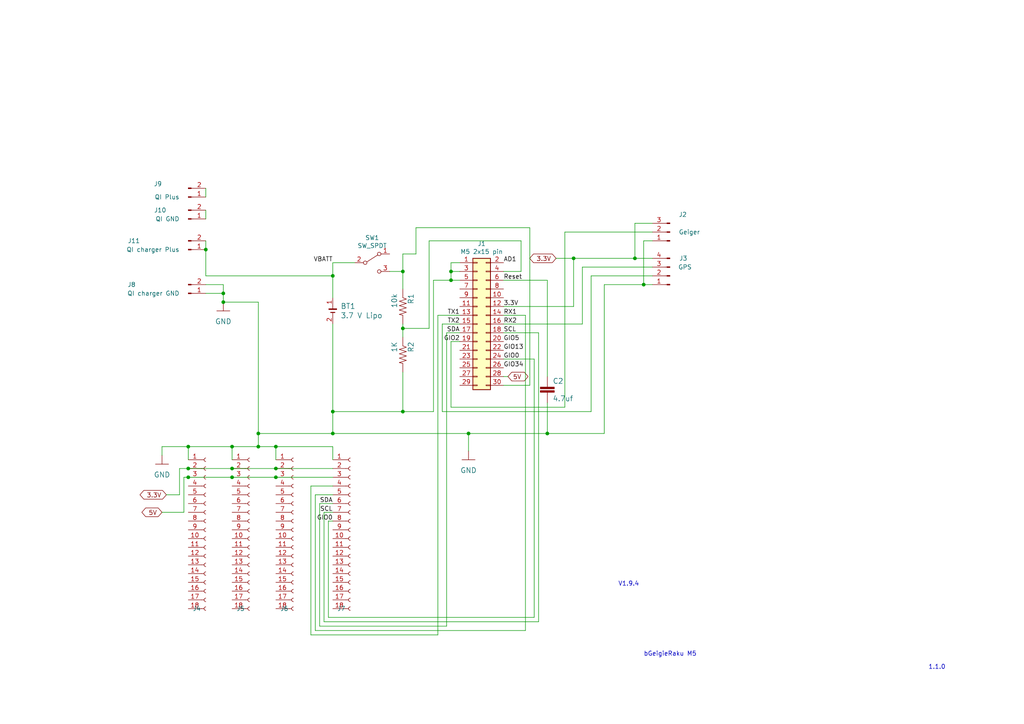
<source format=kicad_sch>
(kicad_sch (version 20200506) (host eeschema "5.99.0-unknown-9ca61b5~88~ubuntu18.04.1")
  (page "A4")
  (title_block (date "sam. 04 avril 2015"))
  (lib_symbols
    (symbol "Connector:Conn_01x02_Male" (pin_names hide)
      (property "Reference" "J" (at 0 2.54 0))
      (property "Value" "Conn_01x02_Male" (at 0 -5.08 0))
      (symbol "Conn_01x02_Male_1_1"
        (rectangle (start 0.8636 -2.413) (end 0 -2.667) (fill (type outline)))
        (rectangle (start 0.8636 0.127) (end 0 -0.127) (fill (type outline)))
        (polyline (pts (xy 1.27 -2.54) (xy 0.8636 -2.54)))
        (polyline (pts (xy 1.27 0) (xy 0.8636 0)))
        (pin passive line (at 5.08 0 180) (length 3.81) (name "Pin_1") (number "1"))
        (pin passive line (at 5.08 -2.54 180) (length 3.81) (name "Pin_2") (number "2"))
      )
    )
    (symbol "Connector:Conn_01x03_Male" (pin_names hide)
      (property "Reference" "J" (at 0 5.08 0))
      (property "Value" "Conn_01x03_Male" (at 0 -5.08 0))
      (symbol "Conn_01x03_Male_1_1"
        (rectangle (start 0.8636 -2.413) (end 0 -2.667) (fill (type outline)))
        (rectangle (start 0.8636 0.127) (end 0 -0.127) (fill (type outline)))
        (rectangle (start 0.8636 2.667) (end 0 2.413) (fill (type outline)))
        (polyline (pts (xy 1.27 -2.54) (xy 0.8636 -2.54)))
        (polyline (pts (xy 1.27 0) (xy 0.8636 0)))
        (polyline (pts (xy 1.27 2.54) (xy 0.8636 2.54)))
        (pin passive line (at 5.08 2.54 180) (length 3.81) (name "Pin_1") (number "1"))
        (pin passive line (at 5.08 0 180) (length 3.81) (name "Pin_2") (number "2"))
        (pin passive line (at 5.08 -2.54 180) (length 3.81) (name "Pin_3") (number "3"))
      )
    )
    (symbol "Connector:Conn_01x04_Male" (pin_names hide)
      (property "Reference" "J" (at 0 5.08 0))
      (property "Value" "Conn_01x04_Male" (at 0 -7.62 0))
      (symbol "Conn_01x04_Male_1_1"
        (rectangle (start 0.8636 -4.953) (end 0 -5.207) (fill (type outline)))
        (rectangle (start 0.8636 -2.413) (end 0 -2.667) (fill (type outline)))
        (rectangle (start 0.8636 0.127) (end 0 -0.127) (fill (type outline)))
        (rectangle (start 0.8636 2.667) (end 0 2.413) (fill (type outline)))
        (polyline (pts (xy 1.27 -5.08) (xy 0.8636 -5.08)))
        (polyline (pts (xy 1.27 -2.54) (xy 0.8636 -2.54)))
        (polyline (pts (xy 1.27 0) (xy 0.8636 0)))
        (polyline (pts (xy 1.27 2.54) (xy 0.8636 2.54)))
        (pin passive line (at 5.08 2.54 180) (length 3.81) (name "Pin_1") (number "1"))
        (pin passive line (at 5.08 0 180) (length 3.81) (name "Pin_2") (number "2"))
        (pin passive line (at 5.08 -2.54 180) (length 3.81) (name "Pin_3") (number "3"))
        (pin passive line (at 5.08 -5.08 180) (length 3.81) (name "Pin_4") (number "4"))
      )
    )
    (symbol "Connector:Conn_01x18_Female" (pin_names hide)
      (property "Reference" "J" (at 0 22.86 0))
      (property "Value" "Conn_01x18_Female" (at 0 -25.4 0))
      (symbol "Conn_01x18_Female_1_1"
        (arc (start 0 -22.352) (end 0 -23.368) (radius (at 0 -22.86) (length 0.508) (angles 90.1 -90.1)))
        (arc (start 0 -19.812) (end 0 -20.828) (radius (at 0 -20.32) (length 0.508) (angles 90.1 -90.1)))
        (arc (start 0 -17.272) (end 0 -18.288) (radius (at 0 -17.78) (length 0.508) (angles 90.1 -90.1)))
        (arc (start 0 -14.732) (end 0 -15.748) (radius (at 0 -15.24) (length 0.508) (angles 90.1 -90.1)))
        (arc (start 0 -12.192) (end 0 -13.208) (radius (at 0 -12.7) (length 0.508) (angles 90.1 -90.1)))
        (arc (start 0 -9.652) (end 0 -10.668) (radius (at 0 -10.16) (length 0.508) (angles 90.1 -90.1)))
        (arc (start 0 -7.112) (end 0 -8.128) (radius (at 0 -7.62) (length 0.508) (angles 90.1 -90.1)))
        (arc (start 0 -4.572) (end 0 -5.588) (radius (at 0 -5.08) (length 0.508) (angles 90.1 -90.1)))
        (arc (start 0 -2.032) (end 0 -3.048) (radius (at 0 -2.54) (length 0.508) (angles 90.1 -90.1)))
        (arc (start 0 0.508) (end 0 -0.508) (radius (at 0 0) (length 0.508) (angles 90.1 -90.1)))
        (arc (start 0 3.048) (end 0 2.032) (radius (at 0 2.54) (length 0.508) (angles 90.1 -90.1)))
        (arc (start 0 5.588) (end 0 4.572) (radius (at 0 5.08) (length 0.508) (angles 90.1 -90.1)))
        (arc (start 0 8.128) (end 0 7.112) (radius (at 0 7.62) (length 0.508) (angles 90.1 -90.1)))
        (arc (start 0 10.668) (end 0 9.652) (radius (at 0 10.16) (length 0.508) (angles 90.1 -90.1)))
        (arc (start 0 13.208) (end 0 12.192) (radius (at 0 12.7) (length 0.508) (angles 90.1 -90.1)))
        (arc (start 0 15.748) (end 0 14.732) (radius (at 0 15.24) (length 0.508) (angles 90.1 -90.1)))
        (arc (start 0 18.288) (end 0 17.272) (radius (at 0 17.78) (length 0.508) (angles 90.1 -90.1)))
        (arc (start 0 20.828) (end 0 19.812) (radius (at 0 20.32) (length 0.508) (angles 90.1 -90.1)))
        (polyline (pts (xy -1.27 -22.86) (xy -0.508 -22.86)))
        (polyline (pts (xy -1.27 -20.32) (xy -0.508 -20.32)))
        (polyline (pts (xy -1.27 -17.78) (xy -0.508 -17.78)))
        (polyline (pts (xy -1.27 -15.24) (xy -0.508 -15.24)))
        (polyline (pts (xy -1.27 -12.7) (xy -0.508 -12.7)))
        (polyline (pts (xy -1.27 -10.16) (xy -0.508 -10.16)))
        (polyline (pts (xy -1.27 -7.62) (xy -0.508 -7.62)))
        (polyline (pts (xy -1.27 -5.08) (xy -0.508 -5.08)))
        (polyline (pts (xy -1.27 -2.54) (xy -0.508 -2.54)))
        (polyline (pts (xy -1.27 0) (xy -0.508 0)))
        (polyline (pts (xy -1.27 2.54) (xy -0.508 2.54)))
        (polyline (pts (xy -1.27 5.08) (xy -0.508 5.08)))
        (polyline (pts (xy -1.27 7.62) (xy -0.508 7.62)))
        (polyline (pts (xy -1.27 10.16) (xy -0.508 10.16)))
        (polyline (pts (xy -1.27 12.7) (xy -0.508 12.7)))
        (polyline (pts (xy -1.27 15.24) (xy -0.508 15.24)))
        (polyline (pts (xy -1.27 17.78) (xy -0.508 17.78)))
        (polyline (pts (xy -1.27 20.32) (xy -0.508 20.32)))
        (pin passive line (at -5.08 20.32 0) (length 3.81) (name "Pin_1") (number "1"))
        (pin passive line (at -5.08 -2.54 0) (length 3.81) (name "Pin_10") (number "10"))
        (pin passive line (at -5.08 -5.08 0) (length 3.81) (name "Pin_11") (number "11"))
        (pin passive line (at -5.08 -7.62 0) (length 3.81) (name "Pin_12") (number "12"))
        (pin passive line (at -5.08 -10.16 0) (length 3.81) (name "Pin_13") (number "13"))
        (pin passive line (at -5.08 -12.7 0) (length 3.81) (name "Pin_14") (number "14"))
        (pin passive line (at -5.08 -15.24 0) (length 3.81) (name "Pin_15") (number "15"))
        (pin passive line (at -5.08 -17.78 0) (length 3.81) (name "Pin_16") (number "16"))
        (pin passive line (at -5.08 -20.32 0) (length 3.81) (name "Pin_17") (number "17"))
        (pin passive line (at -5.08 -22.86 0) (length 3.81) (name "Pin_18") (number "18"))
        (pin passive line (at -5.08 17.78 0) (length 3.81) (name "Pin_2") (number "2"))
        (pin passive line (at -5.08 15.24 0) (length 3.81) (name "Pin_3") (number "3"))
        (pin passive line (at -5.08 12.7 0) (length 3.81) (name "Pin_4") (number "4"))
        (pin passive line (at -5.08 10.16 0) (length 3.81) (name "Pin_5") (number "5"))
        (pin passive line (at -5.08 7.62 0) (length 3.81) (name "Pin_6") (number "6"))
        (pin passive line (at -5.08 5.08 0) (length 3.81) (name "Pin_7") (number "7"))
        (pin passive line (at -5.08 2.54 0) (length 3.81) (name "Pin_8") (number "8"))
        (pin passive line (at -5.08 0 0) (length 3.81) (name "Pin_9") (number "9"))
      )
    )
    (symbol "Connector_Generic:Conn_02x15_Odd_Even" (pin_names hide)
      (property "Reference" "J" (at 1.27 20.32 0))
      (property "Value" "Conn_02x15_Odd_Even" (at 1.27 -20.32 0))
      (symbol "Conn_02x15_Odd_Even_1_1"
        (rectangle (start -1.27 -4.953) (end 0 -5.207))
        (rectangle (start -1.27 -7.493) (end 0 -7.747))
        (rectangle (start -1.27 -10.033) (end 0 -10.287))
        (rectangle (start -1.27 -12.573) (end 0 -12.827))
        (rectangle (start -1.27 -15.113) (end 0 -15.367))
        (rectangle (start -1.27 -17.653) (end 0 -17.907))
        (rectangle (start -1.27 -2.413) (end 0 -2.667))
        (rectangle (start -1.27 2.667) (end 0 2.413))
        (rectangle (start -1.27 5.207) (end 0 4.953))
        (rectangle (start -1.27 7.747) (end 0 7.493))
        (rectangle (start -1.27 10.287) (end 0 10.033))
        (rectangle (start -1.27 0.127) (end 0 -0.127))
        (rectangle (start -1.27 12.827) (end 0 12.573))
        (rectangle (start -1.27 15.367) (end 0 15.113))
        (rectangle (start -1.27 17.907) (end 0 17.653))
        (rectangle (start -1.27 19.05) (end 3.81 -19.05) (stroke (width 0.254)) (fill (type background)))
        (rectangle (start 3.81 -4.953) (end 2.54 -5.207))
        (rectangle (start 3.81 -7.493) (end 2.54 -7.747))
        (rectangle (start 3.81 -10.033) (end 2.54 -10.287))
        (rectangle (start 3.81 -12.573) (end 2.54 -12.827))
        (rectangle (start 3.81 -15.113) (end 2.54 -15.367))
        (rectangle (start 3.81 -17.653) (end 2.54 -17.907))
        (rectangle (start 3.81 -2.413) (end 2.54 -2.667))
        (rectangle (start 3.81 2.667) (end 2.54 2.413))
        (rectangle (start 3.81 5.207) (end 2.54 4.953))
        (rectangle (start 3.81 7.747) (end 2.54 7.493))
        (rectangle (start 3.81 10.287) (end 2.54 10.033))
        (rectangle (start 3.81 0.127) (end 2.54 -0.127))
        (rectangle (start 3.81 12.827) (end 2.54 12.573))
        (rectangle (start 3.81 15.367) (end 2.54 15.113))
        (rectangle (start 3.81 17.907) (end 2.54 17.653))
        (pin passive line (at -5.08 17.78 0) (length 3.81) (name "Pin_1") (number "1"))
        (pin passive line (at 7.62 7.62 180) (length 3.81) (name "Pin_10") (number "10"))
        (pin passive line (at -5.08 5.08 0) (length 3.81) (name "Pin_11") (number "11"))
        (pin passive line (at 7.62 5.08 180) (length 3.81) (name "Pin_12") (number "12"))
        (pin passive line (at -5.08 2.54 0) (length 3.81) (name "Pin_13") (number "13"))
        (pin passive line (at 7.62 2.54 180) (length 3.81) (name "Pin_14") (number "14"))
        (pin passive line (at -5.08 0 0) (length 3.81) (name "Pin_15") (number "15"))
        (pin passive line (at 7.62 0 180) (length 3.81) (name "Pin_16") (number "16"))
        (pin passive line (at -5.08 -2.54 0) (length 3.81) (name "Pin_17") (number "17"))
        (pin passive line (at 7.62 -2.54 180) (length 3.81) (name "Pin_18") (number "18"))
        (pin passive line (at -5.08 -5.08 0) (length 3.81) (name "Pin_19") (number "19"))
        (pin passive line (at 7.62 17.78 180) (length 3.81) (name "Pin_2") (number "2"))
        (pin passive line (at 7.62 -5.08 180) (length 3.81) (name "Pin_20") (number "20"))
        (pin passive line (at -5.08 -7.62 0) (length 3.81) (name "Pin_21") (number "21"))
        (pin passive line (at 7.62 -7.62 180) (length 3.81) (name "Pin_22") (number "22"))
        (pin passive line (at -5.08 -10.16 0) (length 3.81) (name "Pin_23") (number "23"))
        (pin passive line (at 7.62 -10.16 180) (length 3.81) (name "Pin_24") (number "24"))
        (pin passive line (at -5.08 -12.7 0) (length 3.81) (name "Pin_25") (number "25"))
        (pin passive line (at 7.62 -12.7 180) (length 3.81) (name "Pin_26") (number "26"))
        (pin passive line (at -5.08 -15.24 0) (length 3.81) (name "Pin_27") (number "27"))
        (pin passive line (at 7.62 -15.24 180) (length 3.81) (name "Pin_28") (number "28"))
        (pin passive line (at -5.08 -17.78 0) (length 3.81) (name "Pin_29") (number "29"))
        (pin passive line (at -5.08 15.24 0) (length 3.81) (name "Pin_3") (number "3"))
        (pin passive line (at 7.62 -17.78 180) (length 3.81) (name "Pin_30") (number "30"))
        (pin passive line (at 7.62 15.24 180) (length 3.81) (name "Pin_4") (number "4"))
        (pin passive line (at -5.08 12.7 0) (length 3.81) (name "Pin_5") (number "5"))
        (pin passive line (at 7.62 12.7 180) (length 3.81) (name "Pin_6") (number "6"))
        (pin passive line (at -5.08 10.16 0) (length 3.81) (name "Pin_7") (number "7"))
        (pin passive line (at 7.62 10.16 180) (length 3.81) (name "Pin_8") (number "8"))
        (pin passive line (at -5.08 7.62 0) (length 3.81) (name "Pin_9") (number "9"))
      )
    )
    (symbol "Switch:SW_SPDT" (pin_names (offset 0) hide)
      (property "Reference" "SW" (at 0 4.318 0))
      (property "Value" "SW_SPDT" (at 0 -5.08 0))
      (symbol "SW_SPDT_0_0"
        (circle (center -2.032 0) (radius 0.508))
        (circle (center 2.032 -2.54) (radius 0.508))
      )
      (symbol "SW_SPDT_0_1"
        (circle (center 2.032 2.54) (radius 0.508))
        (polyline (pts (xy -1.524 0.254) (xy 1.651 2.286)))
      )
      (symbol "SW_SPDT_1_1"
        (pin passive line (at 5.08 2.54 180) (length 2.54) (name "A") (number "1"))
        (pin passive line (at -5.08 0 0) (length 2.54) (name "B") (number "2"))
        (pin passive line (at 5.08 -2.54 180) (length 2.54) (name "C") (number "3"))
      )
    )
    (symbol "bGeigieRaku-V2-rescue:BATTERY-akizuki-M5_board-rescue" (pin_names hide)
      (property "Reference" "BT" (at 0 -7.62 0))
      (property "Value" "BATTERY-akizuki-M5_board-rescue" (at 0 6.35 0))
      (symbol "BATTERY-akizuki-M5_board-rescue_0_1"
        (rectangle (start -1.143 0.635) (end 1.143 0.381) (fill (type outline)))
        (rectangle (start -0.635 -0.381) (end 0.635 -0.508))
        (polyline (pts (xy 0 -0.508) (xy 0 -1.27)))
        (polyline (pts (xy 0 1.27) (xy 0 0.635)))
      )
      (symbol "BATTERY-akizuki-M5_board-rescue_1_1"
        (pin input line (at 0 3.81 270) (length 2.54) (name "+") (number "1"))
        (pin input line (at 0 -3.81 90) (length 2.54) (name "-") (number "2"))
      )
    )
    (symbol "bGeigieRaku-V2-rescue:GND-bGeigieNano_V1.1.5" (power)
      (property "Value" "GND-bGeigieNano_V1.1.5" (at 0 -0.254 0))
      (symbol "GND-bGeigieNano_V1.1.5_1_0"
        (polyline (pts (xy -1.905 0) (xy 1.905 0)))
        (pin power_in line (at 0 2.54 270) (length 2.54) (name "GND") (number "1"))
      )
    )
    (symbol "bGeigieRaku-V2-rescue:bGeigieNano_V1.1.5-eagle-import_C-EU025-024X044-bGeigieNano_V1.1.5-cache"
      (property "Reference" "C" (at 1.524 0.381 0))
      (property "Value" "bGeigieNano_V1.1.5-eagle-import_C-EU025-024X044-bGeigieNano_V1.1.5-cache" (at 1.524 -4.699 0))
      (symbol "bGeigieNano_V1.1.5-eagle-import_C-EU025-024X044-bGeigieNano_V1.1.5-cache_1_0"
        (rectangle (start -2.032 -2.032) (end 2.032 -1.524) (fill (type outline)))
        (rectangle (start -2.032 -1.016) (end 2.032 -0.508) (fill (type outline)))
        (polyline (pts (xy 0 -2.54) (xy 0 -2.032)))
        (polyline (pts (xy 0 0) (xy 0 -0.508)))
        (pin passive line (at 0 2.54 270) (length 2.54) (name "1") (number "1"))
        (pin passive line (at 0 -5.08 90) (length 2.54) (name "2") (number "2"))
      )
    )
    (symbol "bGeigieRaku-V2-rescue:bGeigieNano_V1.1.5-eagle-import_R-US_0207_10-bGeigieNano_V1.1.5-cache"
      (property "Reference" "R" (at -3.81 1.4986 0))
      (property "Value" "bGeigieNano_V1.1.5-eagle-import_R-US_0207_10-bGeigieNano_V1.1.5-cache" (at -3.81 -3.302 0))
      (symbol "bGeigieNano_V1.1.5-eagle-import_R-US_0207_10-bGeigieNano_V1.1.5-cache_1_0"
        (polyline (pts (xy -2.54 0) (xy -2.159 1.016)))
        (polyline (pts (xy -2.159 1.016) (xy -1.524 -1.016)))
        (polyline (pts (xy -1.524 -1.016) (xy -0.889 1.016)))
        (polyline (pts (xy -0.889 1.016) (xy -0.254 -1.016)))
        (polyline (pts (xy -0.254 -1.016) (xy 0.381 1.016)))
        (polyline (pts (xy 0.381 1.016) (xy 1.016 -1.016)))
        (polyline (pts (xy 1.016 -1.016) (xy 1.651 1.016)))
        (polyline (pts (xy 1.651 1.016) (xy 2.286 -1.016)))
        (polyline (pts (xy 2.286 -1.016) (xy 2.54 0)))
        (pin passive line (at -5.08 0 0) (length 2.54) (name "1") (number "1"))
        (pin passive line (at 5.08 0 180) (length 2.54) (name "2") (number "2"))
      )
    )
  )
  (junction (at 54.61 129.54))
  (junction (at 54.61 135.89))
  (junction (at 54.61 138.43))
  (junction (at 59.69 72.39))
  (junction (at 64.77 85.09))
  (junction (at 64.77 87.63))
  (junction (at 67.31 129.54))
  (junction (at 67.31 135.89))
  (junction (at 67.31 138.43))
  (junction (at 74.93 125.73))
  (junction (at 74.93 129.54))
  (junction (at 80.01 129.54))
  (junction (at 80.01 135.89))
  (junction (at 80.01 138.43))
  (junction (at 96.52 80.01))
  (junction (at 96.52 119.38))
  (junction (at 96.52 125.73))
  (junction (at 116.84 78.74))
  (junction (at 116.84 95.25))
  (junction (at 116.84 119.38))
  (junction (at 130.81 78.74))
  (junction (at 130.81 81.28))
  (junction (at 135.89 125.73))
  (junction (at 158.75 125.73))
  (junction (at 166.37 74.93))
  (junction (at 184.15 74.93))
  (junction (at 186.69 82.55))
  (wire (pts (xy 46.99 129.54) (xy 54.61 129.54)))
  (wire (pts (xy 46.99 132.08) (xy 46.99 129.54)))
  (wire (pts (xy 48.26 143.51) (xy 52.07 143.51)))
  (wire (pts (xy 52.07 135.89) (xy 54.61 135.89)))
  (wire (pts (xy 52.07 143.51) (xy 52.07 135.89)))
  (wire (pts (xy 53.34 138.43) (xy 53.34 148.59)))
  (wire (pts (xy 53.34 138.43) (xy 54.61 138.43)))
  (wire (pts (xy 53.34 148.59) (xy 46.99 148.59)))
  (wire (pts (xy 54.61 129.54) (xy 54.61 133.35)))
  (wire (pts (xy 54.61 135.89) (xy 67.31 135.89)))
  (wire (pts (xy 54.61 138.43) (xy 67.31 138.43)))
  (wire (pts (xy 59.69 54.61) (xy 59.69 57.15)))
  (wire (pts (xy 59.69 60.96) (xy 59.69 63.5)))
  (wire (pts (xy 59.69 69.85) (xy 59.69 72.39)))
  (wire (pts (xy 59.69 72.39) (xy 59.69 80.01)))
  (wire (pts (xy 59.69 80.01) (xy 96.52 80.01)))
  (wire (pts (xy 59.69 82.55) (xy 64.77 82.55)))
  (wire (pts (xy 59.69 85.09) (xy 64.77 85.09)))
  (wire (pts (xy 64.77 82.55) (xy 64.77 85.09)))
  (wire (pts (xy 64.77 85.09) (xy 64.77 87.63)))
  (wire (pts (xy 64.77 87.63) (xy 74.93 87.63)))
  (wire (pts (xy 67.31 129.54) (xy 54.61 129.54)))
  (wire (pts (xy 67.31 129.54) (xy 74.93 129.54)))
  (wire (pts (xy 67.31 133.35) (xy 67.31 129.54)))
  (wire (pts (xy 67.31 135.89) (xy 80.01 135.89)))
  (wire (pts (xy 67.31 138.43) (xy 80.01 138.43)))
  (wire (pts (xy 74.93 87.63) (xy 74.93 125.73)))
  (wire (pts (xy 74.93 125.73) (xy 74.93 129.54)))
  (wire (pts (xy 74.93 125.73) (xy 96.52 125.73)))
  (wire (pts (xy 74.93 129.54) (xy 80.01 129.54)))
  (wire (pts (xy 80.01 129.54) (xy 80.01 133.35)))
  (wire (pts (xy 80.01 129.54) (xy 96.52 129.54)))
  (wire (pts (xy 80.01 135.89) (xy 96.52 135.89)))
  (wire (pts (xy 80.01 138.43) (xy 96.52 138.43)))
  (wire (pts (xy 90.17 140.97) (xy 96.52 140.97)))
  (wire (pts (xy 90.17 184.15) (xy 90.17 140.97)))
  (wire (pts (xy 90.17 184.15) (xy 127 184.15)))
  (wire (pts (xy 91.44 143.51) (xy 96.52 143.51)))
  (wire (pts (xy 91.44 182.88) (xy 91.44 143.51)))
  (wire (pts (xy 92.71 146.05) (xy 96.52 146.05)))
  (wire (pts (xy 92.71 181.61) (xy 92.71 146.05)))
  (wire (pts (xy 93.98 148.59) (xy 96.52 148.59)))
  (wire (pts (xy 93.98 180.34) (xy 93.98 148.59)))
  (wire (pts (xy 95.25 151.13) (xy 96.52 151.13)))
  (wire (pts (xy 95.25 179.07) (xy 95.25 151.13)))
  (wire (pts (xy 96.52 76.2) (xy 96.52 80.01)))
  (wire (pts (xy 96.52 76.2) (xy 102.87 76.2)))
  (wire (pts (xy 96.52 80.01) (xy 96.52 86.36)))
  (wire (pts (xy 96.52 119.38) (xy 96.52 93.98)))
  (wire (pts (xy 96.52 119.38) (xy 116.84 119.38)))
  (wire (pts (xy 96.52 125.73) (xy 96.52 119.38)))
  (wire (pts (xy 96.52 129.54) (xy 96.52 133.35)))
  (wire (pts (xy 113.03 78.74) (xy 116.84 78.74)))
  (wire (pts (xy 116.84 73.66) (xy 116.84 78.74)))
  (wire (pts (xy 116.84 73.66) (xy 120.65 73.66)))
  (wire (pts (xy 116.84 78.74) (xy 116.84 83.82)))
  (wire (pts (xy 116.84 93.98) (xy 116.84 95.25)))
  (wire (pts (xy 116.84 95.25) (xy 116.84 97.79)))
  (wire (pts (xy 116.84 95.25) (xy 124.46 95.25)))
  (wire (pts (xy 116.84 107.95) (xy 116.84 119.38)))
  (wire (pts (xy 116.84 119.38) (xy 125.73 119.38)))
  (wire (pts (xy 120.65 66.04) (xy 153.67 66.04)))
  (wire (pts (xy 120.65 73.66) (xy 120.65 66.04)))
  (wire (pts (xy 124.46 69.85) (xy 124.46 95.25)))
  (wire (pts (xy 124.46 69.85) (xy 151.13 69.85)))
  (wire (pts (xy 125.73 81.28) (xy 130.81 81.28)))
  (wire (pts (xy 125.73 119.38) (xy 125.73 81.28)))
  (wire (pts (xy 127 91.44) (xy 127 184.15)))
  (wire (pts (xy 127 91.44) (xy 133.35 91.44)))
  (wire (pts (xy 128.27 93.98) (xy 133.35 93.98)))
  (wire (pts (xy 128.27 119.38) (xy 128.27 93.98)))
  (wire (pts (xy 129.54 96.52) (xy 129.54 181.61)))
  (wire (pts (xy 129.54 181.61) (xy 92.71 181.61)))
  (wire (pts (xy 130.81 76.2) (xy 133.35 76.2)))
  (wire (pts (xy 130.81 78.74) (xy 130.81 76.2)))
  (wire (pts (xy 130.81 78.74) (xy 133.35 78.74)))
  (wire (pts (xy 130.81 81.28) (xy 130.81 78.74)))
  (wire (pts (xy 130.81 81.28) (xy 133.35 81.28)))
  (wire (pts (xy 130.81 99.06) (xy 133.35 99.06)))
  (wire (pts (xy 130.81 118.11) (xy 130.81 99.06)))
  (wire (pts (xy 130.81 118.11) (xy 163.83 118.11)))
  (wire (pts (xy 133.35 96.52) (xy 129.54 96.52)))
  (wire (pts (xy 135.89 125.73) (xy 96.52 125.73)))
  (wire (pts (xy 135.89 130.81) (xy 135.89 125.73)))
  (wire (pts (xy 146.05 78.74) (xy 151.13 78.74)))
  (wire (pts (xy 146.05 81.28) (xy 158.75 81.28)))
  (wire (pts (xy 146.05 88.9) (xy 166.37 88.9)))
  (wire (pts (xy 146.05 91.44) (xy 152.4 91.44)))
  (wire (pts (xy 146.05 96.52) (xy 156.21 96.52)))
  (wire (pts (xy 146.05 104.14) (xy 154.94 104.14)))
  (wire (pts (xy 146.05 109.22) (xy 147.32 109.22)))
  (wire (pts (xy 151.13 69.85) (xy 151.13 78.74)))
  (wire (pts (xy 152.4 91.44) (xy 152.4 182.88)))
  (wire (pts (xy 152.4 182.88) (xy 91.44 182.88)))
  (wire (pts (xy 153.67 66.04) (xy 153.67 111.76)))
  (wire (pts (xy 153.67 111.76) (xy 146.05 111.76)))
  (wire (pts (xy 154.94 104.14) (xy 154.94 179.07)))
  (wire (pts (xy 154.94 179.07) (xy 95.25 179.07)))
  (wire (pts (xy 156.21 96.52) (xy 156.21 180.34)))
  (wire (pts (xy 156.21 180.34) (xy 93.98 180.34)))
  (wire (pts (xy 158.75 81.28) (xy 158.75 109.22)))
  (wire (pts (xy 158.75 116.84) (xy 158.75 125.73)))
  (wire (pts (xy 158.75 125.73) (xy 135.89 125.73)))
  (wire (pts (xy 161.29 74.93) (xy 166.37 74.93)))
  (wire (pts (xy 163.83 67.31) (xy 163.83 118.11)))
  (wire (pts (xy 166.37 74.93) (xy 184.15 74.93)))
  (wire (pts (xy 166.37 88.9) (xy 166.37 74.93)))
  (wire (pts (xy 168.91 77.47) (xy 168.91 93.98)))
  (wire (pts (xy 168.91 93.98) (xy 146.05 93.98)))
  (wire (pts (xy 171.45 80.01) (xy 171.45 119.38)))
  (wire (pts (xy 171.45 119.38) (xy 128.27 119.38)))
  (wire (pts (xy 175.26 82.55) (xy 175.26 125.73)))
  (wire (pts (xy 175.26 125.73) (xy 158.75 125.73)))
  (wire (pts (xy 184.15 64.77) (xy 189.23 64.77)))
  (wire (pts (xy 184.15 74.93) (xy 184.15 64.77)))
  (wire (pts (xy 184.15 74.93) (xy 189.23 74.93)))
  (wire (pts (xy 186.69 69.85) (xy 189.23 69.85)))
  (wire (pts (xy 186.69 82.55) (xy 175.26 82.55)))
  (wire (pts (xy 186.69 82.55) (xy 186.69 69.85)))
  (wire (pts (xy 189.23 67.31) (xy 163.83 67.31)))
  (wire (pts (xy 189.23 77.47) (xy 168.91 77.47)))
  (wire (pts (xy 189.23 80.01) (xy 171.45 80.01)))
  (wire (pts (xy 189.23 82.55) (xy 186.69 82.55)))
  (text "\n" (at 179.07 175.26 0) (effects (font (size 1.27 1.27)) (justify left bottom)))
  (text "V1.9.4" (at 185.42 170.18 180) (effects (font (size 1.27 1.27)) (justify right bottom)))
  (text "bGeigieRaku M5" (at 186.69 190.5 0) (effects (font (size 1.27 1.27)) (justify left bottom)))
  (text "1.1.0" (at 269.24 194.31 0) (effects (font (size 1.27 1.27)) (justify left bottom)))
  (label "VBATT" (at 96.52 76.2 180))
  (label "SDA" (at 96.52 146.05 180))
  (label "SCL" (at 96.52 148.59 180))
  (label "GIO0" (at 96.52 151.13 180))
  (label "TX1" (at 133.35 91.44 180))
  (label "TX2" (at 133.35 93.98 180))
  (label "SDA" (at 133.35 96.52 180))
  (label "GIO2" (at 133.35 99.06 180))
  (label "AD1" (at 146.05 76.2 0))
  (label "Reset" (at 146.05 81.28 0))
  (label "3.3V" (at 146.05 88.9 0))
  (label "RX1" (at 146.05 91.44 0))
  (label "RX2" (at 146.05 93.98 0))
  (label "SCL" (at 146.05 96.52 0))
  (label "GIO5" (at 146.05 99.06 0))
  (label "GIO13" (at 146.05 101.6 0))
  (label "GIO0" (at 146.05 104.14 0))
  (label "GIO34" (at 146.05 106.68 0))
  (global_label "5V" (shape bidirectional) (at 46.99 148.59 180))
  (global_label "3.3V" (shape bidirectional) (at 48.26 143.51 180))
  (global_label "5V" (shape bidirectional) (at 147.32 109.22 0))
  (global_label "3.3V" (shape bidirectional) (at 161.29 74.93 180))
  (symbol (lib_id "bGeigieRaku-V2-rescue:GND-bGeigieNano_V1.1.5") (at 46.99 134.62 0) (unit 1)
    (property "Reference" "#GND04" (effects hide))
    (property "Value" "GND" (at 46.99 137.6934 0) (effects (font (size 1.4986 1.4986))))
  )
  (symbol (lib_id "bGeigieRaku-V2-rescue:GND-bGeigieNano_V1.1.5") (at 64.77 90.17 0) (unit 1)
    (property "Reference" "#GND0101" (effects hide))
    (property "Value" "GND" (at 64.77 93.2434 0) (effects (font (size 1.4986 1.4986))))
  )
  (symbol (lib_id "bGeigieRaku-V2-rescue:GND-bGeigieNano_V1.1.5") (at 135.89 133.35 0) (unit 1)
    (property "Reference" "#GND01" (effects hide))
    (property "Value" "GND" (at 135.89 136.4234 0) (effects (font (size 1.4986 1.4986))))
  )
  (symbol (lib_id "bGeigieRaku-V2-rescue:BATTERY-akizuki-M5_board-rescue") (at 96.52 90.17 0) (unit 1)
    (property "Reference" "BT1" (at 98.7552 88.7984 0) (effects (font (size 1.524 1.524)) (justify left)))
    (property "Value" " 3.7 V Lipo" (at 98.7552 91.5162 0) (effects (font (size 1.524 1.524)) (justify left)))
    (property "Footprint" "Battery_Holders:BATTERY_18650-HOLDER" (effects hide))
  )
  (symbol (lib_id "bGeigieRaku-V2-rescue:bGeigieNano_V1.1.5-eagle-import_R-US_0207_10-bGeigieNano_V1.1.5-cache") (at 116.84 88.9 270) (unit 1)
    (property "Reference" "R1" (at 118.3386 85.09 0) (effects (font (size 1.4986 1.4986)) (justify left bottom)))
    (property "Value" "10k" (at 113.538 85.09 0) (effects (font (size 1.4986 1.4986)) (justify left bottom)))
    (property "Footprint" "bGeigieNano V1.1.5:0207_10" (effects hide))
  )
  (symbol (lib_id "bGeigieRaku-V2-rescue:bGeigieNano_V1.1.5-eagle-import_R-US_0207_10-bGeigieNano_V1.1.5-cache") (at 116.84 102.87 270) (unit 1)
    (property "Reference" "R2" (at 118.3386 99.06 0) (effects (font (size 1.4986 1.4986)) (justify left bottom)))
    (property "Value" "1K" (at 113.538 99.06 0) (effects (font (size 1.4986 1.4986)) (justify left bottom)))
    (property "Footprint" "bGeigieNano V1.1.5:0207_10" (effects hide))
  )
  (symbol (lib_id "Connector:Conn_01x02_Male") (at 54.61 57.15 0) (mirror x) (unit 1)
    (property "Reference" "J9" (at 46.99 53.34 0) (effects (justify right)))
    (property "Value" "QI Plus" (at 52.07 57.15 0) (effects (justify right)))
    (property "Footprint" "Connector_PinHeader_2.54mm:PinHeader_1x02_P2.54mm_Vertical" (effects hide))
  )
  (symbol (lib_id "Connector:Conn_01x02_Male") (at 54.61 63.5 0) (mirror x) (unit 1)
    (property "Reference" "J10" (at 48.26 60.96 0) (effects (justify right)))
    (property "Value" "QI GND" (at 52.07 63.5 0) (effects (justify right)))
    (property "Footprint" "Connector_PinHeader_2.54mm:PinHeader_1x02_P2.54mm_Vertical" (effects hide))
  )
  (symbol (lib_id "Connector:Conn_01x02_Male") (at 54.61 72.39 0) (mirror x) (unit 1)
    (property "Reference" "J11" (at 40.64 69.85 0) (effects (justify right)))
    (property "Value" "QI charger Plus" (at 52.07 72.39 0) (effects (justify right)))
    (property "Footprint" "Connector_PinHeader_2.54mm:PinHeader_1x02_P2.54mm_Vertical" (effects hide))
  )
  (symbol (lib_id "Connector:Conn_01x02_Male") (at 54.61 85.09 0) (mirror x) (unit 1)
    (property "Reference" "J8" (at 39.37 82.55 0) (effects (justify right)))
    (property "Value" "QI charger GND" (at 52.07 85.09 0) (effects (justify right)))
    (property "Footprint" "Connector_PinHeader_2.54mm:PinHeader_1x02_P2.54mm_Vertical" (effects hide))
  )
  (symbol (lib_id "bGeigieRaku-V2-rescue:bGeigieNano_V1.1.5-eagle-import_C-EU025-024X044-bGeigieNano_V1.1.5-cache") (at 158.75 111.76 0) (unit 1)
    (property "Reference" "C2" (at 160.274 111.379 0) (effects (font (size 1.4986 1.4986)) (justify left bottom)))
    (property "Value" "4.7uf" (at 160.274 116.459 0) (effects (font (size 1.4986 1.4986)) (justify left bottom)))
    (property "Footprint" "bGeigieNano V1.1.5:C025-024X044" (effects hide))
  )
  (symbol (lib_id "Connector:Conn_01x03_Male") (at 194.31 67.31 180) (unit 1)
    (property "Reference" "J2" (at 196.85 62.23 0) (effects (justify right)))
    (property "Value" "Geiger" (at 196.85 67.31 0) (effects (justify right)))
    (property "Footprint" "Connector_PinHeader_2.54mm:PinHeader_1x03_P2.54mm_Horizontal" (effects hide))
  )
  (symbol (lib_id "Connector:Conn_01x04_Male") (at 194.31 80.01 180) (unit 1)
    (property "Reference" "J3" (at 199.39 74.93 0) (effects (justify left)))
    (property "Value" "GPS" (at 200.66 77.47 0) (effects (justify left)))
    (property "Footprint" "Connector_PinHeader_2.54mm:PinHeader_1x04_P2.54mm_Horizontal" (effects hide))
  )
  (symbol (lib_id "Switch:SW_SPDT") (at 107.95 76.2 0) (unit 1)
    (property "Reference" "SW1" (at 107.95 68.961 0))
    (property "Value" "SW_SPDT" (at 107.95 71.2724 0))
    (property "Footprint" "bGeigieNanoKit V1.1r5a:EG1206" (effects hide))
  )
  (symbol (lib_id "Connector:Conn_01x18_Female") (at 59.69 153.67 0) (unit 1)
    (property "Reference" "J4" (at 55.88 176.53 0) (effects (justify left)))
    (property "Value" "Conn_01x14_Female" (effects hide))
    (property "Footprint" "Connector_PinHeader_2.54mm:PinHeader_1x18_P2.54mm_Vertical" (effects hide))
  )
  (symbol (lib_id "Connector:Conn_01x18_Female") (at 72.39 153.67 0) (unit 1)
    (property "Reference" "J5" (at 68.58 176.53 0) (effects (justify left)))
    (property "Value" "Conn_01x14_Female" (effects hide))
    (property "Footprint" "Connector_PinHeader_2.54mm:PinHeader_1x18_P2.54mm_Vertical" (effects hide))
  )
  (symbol (lib_id "Connector:Conn_01x18_Female") (at 85.09 153.67 0) (unit 1)
    (property "Reference" "J6" (at 81.28 176.53 0) (effects (justify left)))
    (property "Value" "Conn_01x14_Female" (effects hide))
    (property "Footprint" "Connector_PinHeader_2.54mm:PinHeader_1x18_P2.54mm_Vertical" (effects hide))
  )
  (symbol (lib_id "Connector:Conn_01x18_Female") (at 101.6 153.67 0) (unit 1)
    (property "Reference" "J7" (at 97.79 176.53 0) (effects (justify left)))
    (property "Value" "Conn_01x14_Female" (effects hide))
    (property "Footprint" "Connector_PinHeader_2.54mm:PinHeader_1x18_P2.54mm_Vertical" (effects hide))
  )
  (symbol (lib_id "Connector_Generic:Conn_02x15_Odd_Even") (at 138.43 93.98 0) (unit 1)
    (property "Reference" "J1" (at 139.7 70.6882 0))
    (property "Value" "M5 2x15 pin" (at 139.7 72.9996 0))
    (property "Footprint" "Connector_PinHeader_2.54mm:PinHeader_2x15_P2.54mm_Vertical" (effects hide))
  )
)
</source>
